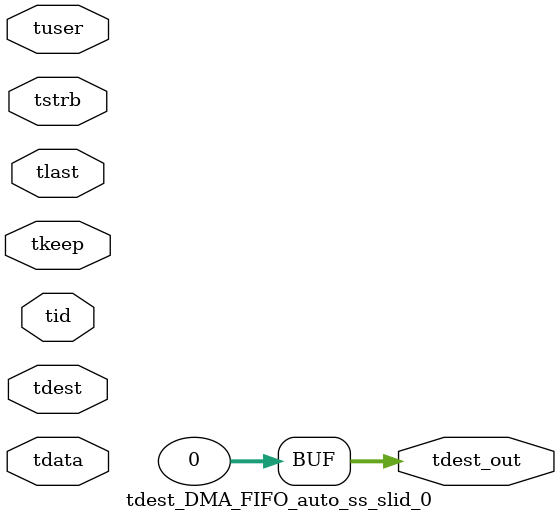
<source format=v>


`timescale 1ps/1ps

module tdest_DMA_FIFO_auto_ss_slid_0 #
(
parameter C_S_AXIS_TDATA_WIDTH = 32,
parameter C_S_AXIS_TUSER_WIDTH = 0,
parameter C_S_AXIS_TID_WIDTH   = 0,
parameter C_S_AXIS_TDEST_WIDTH = 0,
parameter C_M_AXIS_TDEST_WIDTH = 32
)
(
input  [(C_S_AXIS_TDATA_WIDTH == 0 ? 1 : C_S_AXIS_TDATA_WIDTH)-1:0     ] tdata,
input  [(C_S_AXIS_TUSER_WIDTH == 0 ? 1 : C_S_AXIS_TUSER_WIDTH)-1:0     ] tuser,
input  [(C_S_AXIS_TID_WIDTH   == 0 ? 1 : C_S_AXIS_TID_WIDTH)-1:0       ] tid,
input  [(C_S_AXIS_TDEST_WIDTH == 0 ? 1 : C_S_AXIS_TDEST_WIDTH)-1:0     ] tdest,
input  [(C_S_AXIS_TDATA_WIDTH/8)-1:0 ] tkeep,
input  [(C_S_AXIS_TDATA_WIDTH/8)-1:0 ] tstrb,
input                                                                    tlast,
output [C_M_AXIS_TDEST_WIDTH-1:0] tdest_out
);

assign tdest_out = {2'b00};

endmodule


</source>
